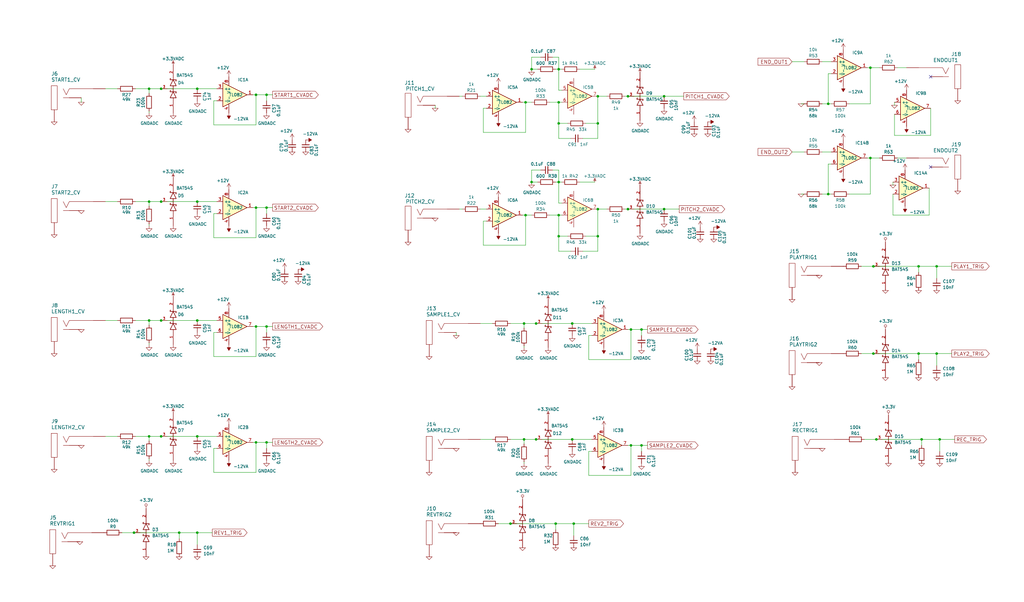
<source format=kicad_sch>
(kicad_sch (version 20210621) (generator eeschema)
  (paper "User" 431.8 254)
  (junction (at 62.865 85.09))
  (junction (at 226.06 185.42))
  (junction (at 224.155 29.21))
  (junction (at 83.185 224.79))
  (junction (at 67.945 135.255))
  (junction (at 369.57 185.42))
  (junction (at 270.51 139.065))
  (junction (at 221.615 43.18))
  (junction (at 387.35 149.225))
  (junction (at 241.3 136.525))
  (junction (at 368.3 149.225))
  (junction (at 107.95 137.795))
  (junction (at 367.03 28.575))
  (junction (at 235.585 76.835))
  (junction (at 107.95 87.63))
  (junction (at 266.065 139.065))
  (junction (at 112.395 40.005))
  (junction (at 394.97 149.225))
  (junction (at 67.945 37.465))
  (junction (at 270.51 187.96))
  (junction (at 83.185 85.09))
  (junction (at 56.515 224.79))
  (junction (at 367.03 66.675))
  (junction (at 62.865 184.15))
  (junction (at 234.315 220.98))
  (junction (at 83.185 184.15))
  (junction (at 280.035 40.64))
  (junction (at 349.25 43.815))
  (junction (at 235.585 52.07))
  (junction (at 83.185 37.465))
  (junction (at 235.585 99.695))
  (junction (at 62.865 37.465))
  (junction (at 226.06 136.525))
  (junction (at 264.795 40.64))
  (junction (at 252.095 99.695))
  (junction (at 280.035 88.265))
  (junction (at 266.065 187.96))
  (junction (at 67.945 85.09))
  (junction (at 264.795 88.265))
  (junction (at 112.395 186.69))
  (junction (at 241.3 185.42))
  (junction (at 252.095 88.265))
  (junction (at 62.865 135.255))
  (junction (at 107.95 186.69))
  (junction (at 75.565 224.79))
  (junction (at 112.395 137.795))
  (junction (at 252.095 40.64))
  (junction (at 235.585 90.805))
  (junction (at 224.155 76.835))
  (junction (at 220.98 136.525))
  (junction (at 235.585 43.18))
  (junction (at 241.935 220.98))
  (junction (at 396.24 185.42))
  (junction (at 220.98 185.42))
  (junction (at 221.615 90.805))
  (junction (at 107.95 40.005))
  (junction (at 394.97 112.395))
  (junction (at 67.945 184.15))
  (junction (at 235.585 29.21))
  (junction (at 349.25 81.915))
  (junction (at 368.3 112.395))
  (junction (at 215.265 220.98))
  (junction (at 112.395 87.63))
  (junction (at 388.62 185.42))
  (junction (at 83.185 135.255))
  (junction (at 387.35 112.395))
  (junction (at 252.095 52.07))
  (no_connect (at 392.43 70.485))
  (no_connect (at 392.43 32.385))
  (wire (pts (xy 107.95 186.69) (xy 112.395 186.69)))
  (wire (pts (xy 270.51 187.96) (xy 270.51 190.5)))
  (wire (pts (xy 202.565 40.64) (xy 205.105 40.64)))
  (wire (pts (xy 91.44 42.545) (xy 90.17 42.545)))
  (wire (pts (xy 235.585 85.725) (xy 236.855 85.725)))
  (wire (pts (xy 227.965 71.755) (xy 224.155 71.755)))
  (wire (pts (xy 368.3 112.395) (xy 387.35 112.395)))
  (wire (pts (xy 62.865 184.15) (xy 67.945 184.15)))
  (wire (pts (xy 367.03 81.915) (xy 367.03 66.675)))
  (wire (pts (xy 388.62 185.42) (xy 396.24 185.42)))
  (wire (pts (xy 394.97 112.395) (xy 401.32 112.395)))
  (wire (pts (xy 266.065 139.065) (xy 270.51 139.065)))
  (wire (pts (xy 62.865 135.255) (xy 67.945 135.255)))
  (wire (pts (xy 193.675 40.64) (xy 194.945 40.64)))
  (wire (pts (xy 270.51 139.065) (xy 270.51 141.605)))
  (wire (pts (xy 91.44 189.23) (xy 90.17 189.23)))
  (wire (pts (xy 358.14 43.815) (xy 367.03 43.815)))
  (wire (pts (xy 83.185 37.465) (xy 91.44 37.465)))
  (wire (pts (xy 192.405 140.335) (xy 192.405 141.605)))
  (wire (pts (xy 235.585 43.18) (xy 235.585 52.07)))
  (wire (pts (xy 202.565 185.42) (xy 207.645 185.42)))
  (wire (pts (xy 377.19 57.15) (xy 392.43 57.15)))
  (wire (pts (xy 202.565 136.525) (xy 207.645 136.525)))
  (wire (pts (xy 339.09 43.815) (xy 337.82 43.815)))
  (wire (pts (xy 247.015 99.695) (xy 252.095 99.695)))
  (wire (pts (xy 394.97 149.225) (xy 401.32 149.225)))
  (wire (pts (xy 376.555 76.835) (xy 376.555 78.105)))
  (wire (pts (xy 391.795 90.805) (xy 391.795 79.375)))
  (wire (pts (xy 378.46 66.675) (xy 382.27 66.675)))
  (wire (pts (xy 83.185 224.79) (xy 89.535 224.79)))
  (wire (pts (xy 248.285 141.605) (xy 248.285 151.765)))
  (wire (pts (xy 203.835 55.88) (xy 221.615 55.88)))
  (wire (pts (xy 67.945 184.15) (xy 83.185 184.15)))
  (wire (pts (xy 252.095 52.07) (xy 252.095 58.42)))
  (wire (pts (xy 67.945 37.465) (xy 83.185 37.465)))
  (wire (pts (xy 215.265 220.98) (xy 234.315 220.98)))
  (wire (pts (xy 203.835 45.72) (xy 203.835 55.88)))
  (wire (pts (xy 205.105 93.345) (xy 203.835 93.345)))
  (wire (pts (xy 241.3 136.525) (xy 249.555 136.525)))
  (wire (pts (xy 90.17 150.495) (xy 107.95 150.495)))
  (wire (pts (xy 394.97 117.475) (xy 394.97 112.395)))
  (wire (pts (xy 349.25 81.915) (xy 350.52 81.915)))
  (wire (pts (xy 226.695 76.835) (xy 224.155 76.835)))
  (wire (pts (xy 235.585 71.755) (xy 233.045 71.755)))
  (wire (pts (xy 264.795 40.64) (xy 280.035 40.64)))
  (wire (pts (xy 241.935 220.98) (xy 248.285 220.98)))
  (wire (pts (xy 57.15 85.09) (xy 62.865 85.09)))
  (wire (pts (xy 205.105 45.72) (xy 203.835 45.72)))
  (wire (pts (xy 346.71 81.915) (xy 349.25 81.915)))
  (wire (pts (xy 220.98 146.05) (xy 220.98 146.685)))
  (wire (pts (xy 57.15 184.15) (xy 62.865 184.15)))
  (wire (pts (xy 44.45 85.09) (xy 49.53 85.09)))
  (wire (pts (xy 226.695 29.21) (xy 224.155 29.21)))
  (wire (pts (xy 244.475 76.835) (xy 250.825 76.835)))
  (wire (pts (xy 252.095 58.42) (xy 245.745 58.42)))
  (wire (pts (xy 91.44 140.335) (xy 90.17 140.335)))
  (wire (pts (xy 210.185 220.98) (xy 215.265 220.98)))
  (wire (pts (xy 67.945 85.09) (xy 83.185 85.09)))
  (wire (pts (xy 112.395 186.69) (xy 114.935 186.69)))
  (wire (pts (xy 220.345 43.18) (xy 221.615 43.18)))
  (wire (pts (xy 235.585 76.835) (xy 236.855 76.835)))
  (wire (pts (xy 220.98 185.42) (xy 226.06 185.42)))
  (wire (pts (xy 83.185 229.87) (xy 83.185 224.79)))
  (wire (pts (xy 350.52 31.115) (xy 349.25 31.115)))
  (wire (pts (xy 34.29 41.275) (xy 34.29 43.18)))
  (wire (pts (xy 235.585 38.1) (xy 236.855 38.1)))
  (wire (pts (xy 349.25 69.215) (xy 349.25 81.915)))
  (wire (pts (xy 56.515 224.79) (xy 75.565 224.79)))
  (wire (pts (xy 339.09 64.135) (xy 334.01 64.135)))
  (wire (pts (xy 193.675 88.265) (xy 194.945 88.265)))
  (wire (pts (xy 264.795 139.065) (xy 266.065 139.065)))
  (wire (pts (xy 107.95 100.33) (xy 107.95 87.63)))
  (wire (pts (xy 387.35 149.225) (xy 387.35 151.765)))
  (wire (pts (xy 75.565 224.79) (xy 83.185 224.79)))
  (wire (pts (xy 252.095 88.265) (xy 255.905 88.265)))
  (wire (pts (xy 107.95 137.795) (xy 112.395 137.795)))
  (wire (pts (xy 377.19 43.18) (xy 377.19 44.45)))
  (wire (pts (xy 62.865 37.465) (xy 62.865 39.37)))
  (wire (pts (xy 90.17 90.17) (xy 90.17 100.33)))
  (wire (pts (xy 369.57 185.42) (xy 388.62 185.42)))
  (wire (pts (xy 221.615 55.88) (xy 221.615 43.18)))
  (wire (pts (xy 270.51 139.065) (xy 273.05 139.065)))
  (wire (pts (xy 112.395 87.63) (xy 112.395 90.17)))
  (wire (pts (xy 248.285 200.66) (xy 266.065 200.66)))
  (wire (pts (xy 91.44 90.17) (xy 90.17 90.17)))
  (wire (pts (xy 264.795 187.96) (xy 266.065 187.96)))
  (wire (pts (xy 106.68 186.69) (xy 107.95 186.69)))
  (wire (pts (xy 377.19 48.26) (xy 377.19 57.15)))
  (wire (pts (xy 224.155 24.13) (xy 224.155 29.21)))
  (wire (pts (xy 83.185 85.09) (xy 91.44 85.09)))
  (wire (pts (xy 107.95 40.005) (xy 112.395 40.005)))
  (wire (pts (xy 263.525 88.265) (xy 264.795 88.265)))
  (wire (pts (xy 90.17 189.23) (xy 90.17 199.39)))
  (wire (pts (xy 363.22 149.225) (xy 368.3 149.225)))
  (wire (pts (xy 112.395 137.795) (xy 114.935 137.795)))
  (wire (pts (xy 358.14 81.915) (xy 367.03 81.915)))
  (wire (pts (xy 221.615 43.18) (xy 224.155 43.18)))
  (wire (pts (xy 263.525 40.64) (xy 264.795 40.64)))
  (wire (pts (xy 266.065 187.96) (xy 270.51 187.96)))
  (wire (pts (xy 224.155 71.755) (xy 224.155 76.835)))
  (wire (pts (xy 83.185 135.255) (xy 91.44 135.255)))
  (wire (pts (xy 221.615 103.505) (xy 221.615 90.805)))
  (wire (pts (xy 339.09 26.035) (xy 334.01 26.035)))
  (wire (pts (xy 247.015 52.07) (xy 252.095 52.07)))
  (wire (pts (xy 235.585 43.18) (xy 236.855 43.18)))
  (wire (pts (xy 62.865 135.255) (xy 62.865 137.16)))
  (wire (pts (xy 252.095 40.64) (xy 252.095 52.07)))
  (wire (pts (xy 249.555 141.605) (xy 248.285 141.605)))
  (wire (pts (xy 112.395 87.63) (xy 114.935 87.63)))
  (wire (pts (xy 202.565 88.265) (xy 205.105 88.265)))
  (wire (pts (xy 220.98 185.42) (xy 220.98 187.325)))
  (wire (pts (xy 67.945 135.255) (xy 83.185 135.255)))
  (wire (pts (xy 394.97 154.305) (xy 394.97 149.225)))
  (wire (pts (xy 107.95 199.39) (xy 107.95 186.69)))
  (wire (pts (xy 62.865 46.99) (xy 62.865 47.625)))
  (wire (pts (xy 241.3 185.42) (xy 249.555 185.42)))
  (wire (pts (xy 264.795 88.265) (xy 280.035 88.265)))
  (wire (pts (xy 376.555 81.915) (xy 376.555 90.805)))
  (wire (pts (xy 244.475 29.21) (xy 250.825 29.21)))
  (wire (pts (xy 231.775 90.805) (xy 235.585 90.805)))
  (wire (pts (xy 376.555 90.805) (xy 391.795 90.805)))
  (wire (pts (xy 365.76 28.575) (xy 367.03 28.575)))
  (wire (pts (xy 387.35 112.395) (xy 387.35 114.935)))
  (wire (pts (xy 62.865 184.15) (xy 62.865 186.055)))
  (wire (pts (xy 234.315 76.835) (xy 235.585 76.835)))
  (wire (pts (xy 235.585 99.695) (xy 239.395 99.695)))
  (wire (pts (xy 346.71 64.135) (xy 350.52 64.135)))
  (wire (pts (xy 252.095 40.64) (xy 255.905 40.64)))
  (wire (pts (xy 248.285 190.5) (xy 248.285 200.66)))
  (wire (pts (xy 248.285 151.765) (xy 266.065 151.765)))
  (wire (pts (xy 252.095 99.695) (xy 252.095 106.045)))
  (wire (pts (xy 90.17 140.335) (xy 90.17 150.495)))
  (wire (pts (xy 44.45 37.465) (xy 49.53 37.465)))
  (wire (pts (xy 396.24 190.5) (xy 396.24 185.42)))
  (wire (pts (xy 106.68 137.795) (xy 107.95 137.795)))
  (wire (pts (xy 388.62 185.42) (xy 388.62 187.96)))
  (wire (pts (xy 252.095 106.045) (xy 245.745 106.045)))
  (wire (pts (xy 339.09 81.915) (xy 337.82 81.915)))
  (wire (pts (xy 231.775 43.18) (xy 235.585 43.18)))
  (wire (pts (xy 220.98 136.525) (xy 220.98 138.43)))
  (wire (pts (xy 396.24 185.42) (xy 402.59 185.42)))
  (wire (pts (xy 90.17 52.705) (xy 107.95 52.705)))
  (wire (pts (xy 235.585 52.07) (xy 235.585 58.42)))
  (wire (pts (xy 203.835 103.505) (xy 221.615 103.505)))
  (wire (pts (xy 346.71 43.815) (xy 349.25 43.815)))
  (wire (pts (xy 235.585 99.695) (xy 235.585 106.045)))
  (wire (pts (xy 367.03 43.815) (xy 367.03 28.575)))
  (wire (pts (xy 367.03 66.675) (xy 370.84 66.675)))
  (wire (pts (xy 57.15 135.255) (xy 62.865 135.255)))
  (wire (pts (xy 266.065 200.66) (xy 266.065 187.96)))
  (wire (pts (xy 226.06 185.42) (xy 241.3 185.42)))
  (wire (pts (xy 235.585 58.42) (xy 240.665 58.42)))
  (wire (pts (xy 364.49 185.42) (xy 369.57 185.42)))
  (wire (pts (xy 392.43 57.15) (xy 392.43 45.72)))
  (wire (pts (xy 280.035 88.265) (xy 286.385 88.265)))
  (wire (pts (xy 235.585 24.13) (xy 233.045 24.13)))
  (wire (pts (xy 112.395 40.005) (xy 114.935 40.005)))
  (wire (pts (xy 220.98 194.945) (xy 220.98 195.58)))
  (wire (pts (xy 241.935 226.06) (xy 241.935 220.98)))
  (wire (pts (xy 235.585 29.21) (xy 235.585 38.1)))
  (wire (pts (xy 235.585 71.755) (xy 235.585 76.835)))
  (wire (pts (xy 226.06 136.525) (xy 241.3 136.525)))
  (wire (pts (xy 75.565 224.79) (xy 75.565 227.33)))
  (wire (pts (xy 62.865 144.78) (xy 62.865 145.415)))
  (wire (pts (xy 112.395 137.795) (xy 112.395 140.335)))
  (wire (pts (xy 203.835 93.345) (xy 203.835 103.505)))
  (wire (pts (xy 235.585 106.045) (xy 240.665 106.045)))
  (wire (pts (xy 107.95 87.63) (xy 112.395 87.63)))
  (wire (pts (xy 235.585 29.21) (xy 236.855 29.21)))
  (wire (pts (xy 90.17 100.33) (xy 107.95 100.33)))
  (wire (pts (xy 235.585 52.07) (xy 239.395 52.07)))
  (wire (pts (xy 83.185 184.15) (xy 91.44 184.15)))
  (wire (pts (xy 270.51 187.96) (xy 273.05 187.96)))
  (wire (pts (xy 62.865 85.09) (xy 67.945 85.09)))
  (wire (pts (xy 90.17 199.39) (xy 107.95 199.39)))
  (wire (pts (xy 378.46 28.575) (xy 382.27 28.575)))
  (wire (pts (xy 62.865 37.465) (xy 67.945 37.465)))
  (wire (pts (xy 346.71 26.035) (xy 350.52 26.035)))
  (wire (pts (xy 221.615 90.805) (xy 224.155 90.805)))
  (wire (pts (xy 227.965 24.13) (xy 224.155 24.13)))
  (wire (pts (xy 183.515 44.45) (xy 183.515 45.72)))
  (wire (pts (xy 235.585 76.835) (xy 235.585 85.725)))
  (wire (pts (xy 57.15 37.465) (xy 62.865 37.465)))
  (wire (pts (xy 112.395 40.005) (xy 112.395 42.545)))
  (wire (pts (xy 215.265 185.42) (xy 220.98 185.42)))
  (wire (pts (xy 44.45 135.255) (xy 49.53 135.255)))
  (wire (pts (xy 368.3 149.225) (xy 387.35 149.225)))
  (wire (pts (xy 51.435 224.79) (xy 56.515 224.79)))
  (wire (pts (xy 280.035 40.64) (xy 288.29 40.64)))
  (wire (pts (xy 62.865 85.09) (xy 62.865 86.995)))
  (wire (pts (xy 365.76 66.675) (xy 367.03 66.675)))
  (wire (pts (xy 363.22 112.395) (xy 368.3 112.395)))
  (wire (pts (xy 62.865 94.615) (xy 62.865 95.25)))
  (wire (pts (xy 215.265 136.525) (xy 220.98 136.525)))
  (wire (pts (xy 235.585 24.13) (xy 235.585 29.21)))
  (wire (pts (xy 234.315 220.98) (xy 234.315 223.52)))
  (wire (pts (xy 112.395 186.69) (xy 112.395 189.23)))
  (wire (pts (xy 62.865 193.675) (xy 62.865 194.31)))
  (wire (pts (xy 367.03 28.575) (xy 370.84 28.575)))
  (wire (pts (xy 44.45 184.15) (xy 49.53 184.15)))
  (wire (pts (xy 90.17 42.545) (xy 90.17 52.705)))
  (wire (pts (xy 106.68 87.63) (xy 107.95 87.63)))
  (wire (pts (xy 234.315 29.21) (xy 235.585 29.21)))
  (wire (pts (xy 220.345 90.805) (xy 221.615 90.805)))
  (wire (pts (xy 235.585 90.805) (xy 236.855 90.805)))
  (wire (pts (xy 107.95 150.495) (xy 107.95 137.795)))
  (wire (pts (xy 252.095 88.265) (xy 252.095 99.695)))
  (wire (pts (xy 220.98 136.525) (xy 226.06 136.525)))
  (wire (pts (xy 350.52 69.215) (xy 349.25 69.215)))
  (wire (pts (xy 235.585 90.805) (xy 235.585 99.695)))
  (wire (pts (xy 349.25 31.115) (xy 349.25 43.815)))
  (wire (pts (xy 387.35 112.395) (xy 394.97 112.395)))
  (wire (pts (xy 266.065 151.765) (xy 266.065 139.065)))
  (wire (pts (xy 234.315 220.98) (xy 241.935 220.98)))
  (wire (pts (xy 387.35 149.225) (xy 394.97 149.225)))
  (wire (pts (xy 107.95 52.705) (xy 107.95 40.005)))
  (wire (pts (xy 106.68 40.005) (xy 107.95 40.005)))
  (wire (pts (xy 349.25 43.815) (xy 350.52 43.815)))
  (wire (pts (xy 249.555 190.5) (xy 248.285 190.5)))
  (global_label "START2_CVADC" (shape output) (at 114.935 87.63 0) (effects (font (size 1.524 1.524))) (property "Intersheet References" "${INTERSHEET_REFS}" (effects hide)))
  (global_label "SAMPLE1_CVADC" (shape output) (at 273.05 139.065 0) (effects (font (size 1.524 1.524))) (property "Intersheet References" "${INTERSHEET_REFS}" (effects hide)))
  (global_label "START1_CVADC" (shape output) (at 114.935 40.005 0) (effects (font (size 1.524 1.524))) (property "Intersheet References" "${INTERSHEET_REFS}" (effects hide)))
  (global_label "END_OUT2" (shape input) (at 334.01 64.135 180) (effects (font (size 1.524 1.524))) (property "Intersheet References" "${INTERSHEET_REFS}" (effects hide)))
  (global_label "PITCH1_CVADC" (shape output) (at 288.29 40.64 0) (effects (font (size 1.524 1.524))) (property "Intersheet References" "${INTERSHEET_REFS}" (effects hide)))
  (global_label "SAMPLE2_CVADC" (shape output) (at 273.05 187.96 0) (effects (font (size 1.524 1.524))) (property "Intersheet References" "${INTERSHEET_REFS}" (effects hide)))
  (global_label "PITCH2_CVADC" (shape output) (at 286.385 88.265 0) (effects (font (size 1.524 1.524))) (property "Intersheet References" "${INTERSHEET_REFS}" (effects hide)))
  (global_label "LENGTH2_CVADC" (shape output) (at 114.935 186.69 0) (effects (font (size 1.524 1.524))) (property "Intersheet References" "${INTERSHEET_REFS}" (effects hide)))
  (global_label "PLAY2_TRIG" (shape output) (at 401.32 149.225 0) (effects (font (size 1.524 1.524))) (property "Intersheet References" "${INTERSHEET_REFS}" (effects hide)))
  (global_label "REC_TRIG" (shape output) (at 402.59 185.42 0) (effects (font (size 1.524 1.524))) (property "Intersheet References" "${INTERSHEET_REFS}" (effects hide)))
  (global_label "LENGTH1_CVADC" (shape output) (at 114.935 137.795 0) (effects (font (size 1.524 1.524))) (property "Intersheet References" "${INTERSHEET_REFS}" (effects hide)))
  (global_label "REV2_TRIG" (shape output) (at 248.285 220.98 0) (effects (font (size 1.524 1.524))) (property "Intersheet References" "${INTERSHEET_REFS}" (effects hide)))
  (global_label "REV1_TRIG" (shape output) (at 89.535 224.79 0) (effects (font (size 1.524 1.524))) (property "Intersheet References" "${INTERSHEET_REFS}" (effects hide)))
  (global_label "PLAY1_TRIG" (shape output) (at 401.32 112.395 0) (effects (font (size 1.524 1.524))) (property "Intersheet References" "${INTERSHEET_REFS}" (effects hide)))
  (global_label "END_OUT1" (shape input) (at 334.01 26.035 180) (effects (font (size 1.524 1.524))) (property "Intersheet References" "${INTERSHEET_REFS}" (effects hide)))
  (symbol (lib_id "TrigSampler-rescue:GND-RESCUE-TrigSampler") (at 22.86 51.435 0) (unit 1)
    (property "Reference" "#PWR0108" (effects hide))
    (property "Value" "GND" (effects hide))
  )
  (symbol (lib_id "TrigSampler-rescue:GND-RESCUE-TrigSampler") (at 22.86 99.06 0) (unit 1)
    (property "Reference" "#PWR0109" (effects hide))
    (property "Value" "GND" (effects hide))
  )
  (symbol (lib_id "TrigSampler-rescue:JACK-MONO") (at 186.055 140.335 0) (unit 1)
    (property "Reference" "J13" (at 179.705 130.175 0) (effects (font (size 1.524 1.524)) (justify left)))
    (property "Value" "SAMPLE1_CV" (at 179.705 132.715 0) (effects (font (size 1.524 1.524)) (justify left)))
    (property "Footprint" "4ms-footprints:PJ301M-12" (effects hide))
  )
  (symbol (lib_id "TrigSampler-rescue:JACK-MONO") (at 186.055 189.23 0) (unit 1)
    (property "Reference" "J14" (at 179.705 179.07 0) (effects (font (size 1.524 1.524)) (justify left)))
    (property "Value" "SAMPLE2_CV" (at 179.705 181.61 0) (effects (font (size 1.524 1.524)) (justify left)))
    (property "Footprint" "4ms-footprints:PJ301M-12" (effects hide))
  )
  (symbol (lib_id "TrigSampler-rescue:TL082-dualpwr") (at 212.725 43.18 0) (unit 1)
    (property "Reference" "IC5" (at 213.995 36.83 0) (effects (justify left)))
    (property "Value" "TL082" (at 210.185 43.18 0) (effects (justify left)))
    (property "Footprint" "4ms-footprints:TSSOP-8_4.4x3mm_Pitch0.65mm" (effects hide))
  )
  (symbol (lib_id "TrigSampler-rescue:R") (at 259.715 40.64 90) (unit 1)
    (property "Reference" "R49" (at 259.715 43.18 90))
    (property "Value" "1k" (at 259.715 45.72 90))
    (property "Footprint" "4ms-footprints:R0603" (effects hide))
  )
  (symbol (lib_id "TrigSampler-rescue:R") (at 243.205 52.07 270) (unit 1)
    (property "Reference" "R45" (at 240.665 54.61 90))
    (property "Value" "33k" (at 245.745 54.61 90))
    (property "Footprint" "4ms-footprints:R0603" (effects hide))
  )
  (symbol (lib_id "TrigSampler-rescue:+12V") (at 210.185 35.56 0) (unit 1)
    (property "Reference" "#PWR0110" (effects hide))
    (property "Value" "+12V" (at 207.645 31.75 0))
  )
  (symbol (lib_id "TrigSampler-rescue:-12VA") (at 210.185 50.8 180) (unit 1)
    (property "Reference" "#PWR0111" (effects hide))
    (property "Value" "-12VA" (at 215.265 53.34 0))
  )
  (symbol (lib_id "TrigSampler-rescue:R") (at 227.965 43.18 90) (unit 1)
    (property "Reference" "R33" (at 227.965 40.64 90))
    (property "Value" "100k" (at 227.965 38.1 90))
    (property "Footprint" "4ms-footprints:R0603" (effects hide))
  )
  (symbol (lib_id "TrigSampler-rescue:JACK-MONO") (at 177.165 44.45 0) (unit 1)
    (property "Reference" "J11" (at 172.72 34.925 0) (effects (font (size 1.524 1.524))))
    (property "Value" "PITCH1_CV" (at 177.165 37.465 0) (effects (font (size 1.524 1.524))))
    (property "Footprint" "4ms-footprints:PJ301M-12" (effects hide))
  )
  (symbol (lib_id "TrigSampler-rescue:GND-RESCUE-TrigSampler") (at 172.085 54.61 0) (unit 1)
    (property "Reference" "#PWR0112" (effects hide))
    (property "Value" "GND" (effects hide))
  )
  (symbol (lib_id "TrigSampler-rescue:TL082-dualpwr") (at 244.475 40.64 0) (unit 2)
    (property "Reference" "IC5" (at 245.745 36.83 0) (effects (justify left)))
    (property "Value" "TL082" (at 241.935 40.64 0) (effects (justify left)))
    (property "Footprint" "4ms-footprints:TSSOP-8_4.4x3mm_Pitch0.65mm" (effects hide))
  )
  (symbol (lib_id "TrigSampler-rescue:C_Small") (at 243.205 58.42 270) (unit 1)
    (property "Reference" "C91" (at 239.395 60.96 90) (effects (justify left)))
    (property "Value" "1nF" (at 244.475 60.96 90) (effects (justify left)))
    (property "Footprint" "4ms-footprints:C0603" (effects hide))
  )
  (symbol (lib_id "TrigSampler-rescue:D_Schottky_x2_Serial") (at 269.875 40.64 270) (mirror x) (unit 1)
    (property "Reference" "D9" (at 272.415 39.37 90) (effects (justify left)))
    (property "Value" "BAT54S" (at 272.415 41.91 90) (effects (justify left)))
    (property "Footprint" "4ms-footprints:SOT23" (effects hide))
  )
  (symbol (lib_id "TrigSampler-rescue:GNDADC") (at 269.875 50.8 0) (unit 1)
    (property "Reference" "#PWR0113" (effects hide))
    (property "Value" "GNDADC" (at 270.0782 55.2196 0))
  )
  (symbol (lib_id "TrigSampler-rescue:+3.3VADC") (at 269.875 30.48 0) (unit 1)
    (property "Reference" "#PWR0114" (effects hide))
    (property "Value" "+3.3VADC" (at 269.875 27.94 0))
  )
  (symbol (lib_id "TrigSampler-rescue:R") (at 240.665 29.21 90) (unit 1)
    (property "Reference" "R41" (at 241.935 26.67 90))
    (property "Value" "1k" (at 238.125 26.67 90))
    (property "Footprint" "4ms-footprints:R0603" (effects hide))
  )
  (symbol (lib_id "TrigSampler-rescue:R") (at 230.505 29.21 90) (unit 1)
    (property "Reference" "R37" (at 233.045 26.67 90))
    (property "Value" "600" (at 227.965 26.67 90))
    (property "Footprint" "4ms-footprints:R0603" (effects hide))
  )
  (symbol (lib_id "TrigSampler-rescue:GNDADC") (at 224.155 29.21 0) (unit 1)
    (property "Reference" "#PWR0115" (effects hide))
    (property "Value" "GNDADC" (at 224.3582 33.6296 0))
  )
  (symbol (lib_id "TrigSampler-rescue:+3.3VADC") (at 250.825 29.21 0) (unit 1)
    (property "Reference" "#PWR0116" (effects hide))
    (property "Value" "+3.3VADC" (at 250.825 26.67 0))
  )
  (symbol (lib_id "TrigSampler-rescue:C_Small") (at 230.505 24.13 90) (unit 1)
    (property "Reference" "C87" (at 234.315 21.59 90) (effects (justify left)))
    (property "Value" "0.1uF" (at 229.235 21.59 90) (effects (justify left)))
    (property "Footprint" "4ms-footprints:C0603" (effects hide))
  )
  (symbol (lib_id "TrigSampler-rescue:TL082-dualpwr") (at 212.725 90.805 0) (unit 1)
    (property "Reference" "IC6" (at 213.995 84.455 0) (effects (justify left)))
    (property "Value" "TL082" (at 210.185 90.805 0) (effects (justify left)))
    (property "Footprint" "4ms-footprints:TSSOP-8_4.4x3mm_Pitch0.65mm" (effects hide))
  )
  (symbol (lib_id "TrigSampler-rescue:R") (at 259.715 88.265 90) (unit 1)
    (property "Reference" "R50" (at 259.715 90.805 90))
    (property "Value" "1k" (at 259.715 93.345 90))
    (property "Footprint" "4ms-footprints:R0603" (effects hide))
  )
  (symbol (lib_id "TrigSampler-rescue:R") (at 243.205 99.695 270) (unit 1)
    (property "Reference" "R46" (at 240.665 102.235 90))
    (property "Value" "33k" (at 245.745 102.235 90))
    (property "Footprint" "4ms-footprints:R0603" (effects hide))
  )
  (symbol (lib_id "TrigSampler-rescue:+12V") (at 210.185 83.185 0) (unit 1)
    (property "Reference" "#PWR0117" (effects hide))
    (property "Value" "+12V" (at 207.645 79.375 0))
  )
  (symbol (lib_id "TrigSampler-rescue:-12VA") (at 210.185 98.425 180) (unit 1)
    (property "Reference" "#PWR0118" (effects hide))
    (property "Value" "-12VA" (at 215.265 100.965 0))
  )
  (symbol (lib_id "TrigSampler-rescue:R") (at 227.965 90.805 90) (unit 1)
    (property "Reference" "R34" (at 227.965 88.265 90))
    (property "Value" "100k" (at 227.965 85.725 90))
    (property "Footprint" "4ms-footprints:R0603" (effects hide))
  )
  (symbol (lib_id "TrigSampler-rescue:JACK-MONO") (at 177.165 92.075 0) (unit 1)
    (property "Reference" "J12" (at 172.72 82.55 0) (effects (font (size 1.524 1.524))))
    (property "Value" "PITCH2_CV" (at 177.165 85.09 0) (effects (font (size 1.524 1.524))))
    (property "Footprint" "4ms-footprints:PJ301M-12" (effects hide))
  )
  (symbol (lib_id "TrigSampler-rescue:GND-RESCUE-TrigSampler") (at 172.085 102.235 0) (unit 1)
    (property "Reference" "#PWR0119" (effects hide))
    (property "Value" "GND" (effects hide))
  )
  (symbol (lib_id "TrigSampler-rescue:TL082-dualpwr") (at 244.475 88.265 0) (unit 2)
    (property "Reference" "IC6" (at 245.745 84.455 0) (effects (justify left)))
    (property "Value" "TL082" (at 241.935 88.265 0) (effects (justify left)))
    (property "Footprint" "4ms-footprints:TSSOP-8_4.4x3mm_Pitch0.65mm" (effects hide))
  )
  (symbol (lib_id "TrigSampler-rescue:C_Small") (at 243.205 106.045 270) (unit 1)
    (property "Reference" "C92" (at 239.395 108.585 90) (effects (justify left)))
    (property "Value" "1nF" (at 244.475 108.585 90) (effects (justify left)))
    (property "Footprint" "4ms-footprints:C0603" (effects hide))
  )
  (symbol (lib_id "TrigSampler-rescue:D_Schottky_x2_Serial") (at 269.875 88.265 270) (mirror x) (unit 1)
    (property "Reference" "D10" (at 272.415 86.995 90) (effects (justify left)))
    (property "Value" "BAT54S" (at 272.415 89.535 90) (effects (justify left)))
    (property "Footprint" "4ms-footprints:SOT23" (effects hide))
  )
  (symbol (lib_id "TrigSampler-rescue:GNDADC") (at 269.875 98.425 0) (unit 1)
    (property "Reference" "#PWR0120" (effects hide))
    (property "Value" "GNDADC" (at 270.0782 102.8446 0))
  )
  (symbol (lib_id "TrigSampler-rescue:+3.3VADC") (at 269.875 78.105 0) (unit 1)
    (property "Reference" "#PWR0121" (effects hide))
    (property "Value" "+3.3VADC" (at 269.875 75.565 0))
  )
  (symbol (lib_id "TrigSampler-rescue:R") (at 240.665 76.835 90) (unit 1)
    (property "Reference" "R42" (at 241.935 74.295 90))
    (property "Value" "1k" (at 238.125 74.295 90))
    (property "Footprint" "4ms-footprints:R0603" (effects hide))
  )
  (symbol (lib_id "TrigSampler-rescue:R") (at 230.505 76.835 90) (unit 1)
    (property "Reference" "R38" (at 233.045 74.295 90))
    (property "Value" "600" (at 227.965 74.295 90))
    (property "Footprint" "4ms-footprints:R0603" (effects hide))
  )
  (symbol (lib_id "TrigSampler-rescue:GNDADC") (at 224.155 76.835 0) (unit 1)
    (property "Reference" "#PWR0122" (effects hide))
    (property "Value" "GNDADC" (at 224.3582 81.2546 0))
  )
  (symbol (lib_id "TrigSampler-rescue:+3.3VADC") (at 250.825 76.835 0) (unit 1)
    (property "Reference" "#PWR0123" (effects hide))
    (property "Value" "+3.3VADC" (at 250.825 74.295 0))
  )
  (symbol (lib_id "TrigSampler-rescue:C_Small") (at 230.505 71.755 90) (unit 1)
    (property "Reference" "C88" (at 234.315 69.215 90) (effects (justify left)))
    (property "Value" "0.1uF" (at 229.235 69.215 90) (effects (justify left)))
    (property "Footprint" "4ms-footprints:C0603" (effects hide))
  )
  (symbol (lib_id "TrigSampler-rescue:C_Small") (at 280.035 43.18 180) (unit 1)
    (property "Reference" "C95" (at 283.21 41.91 90) (effects (justify left)))
    (property "Value" "10nF" (at 285.115 41.91 90) (effects (justify left)))
    (property "Footprint" "4ms-footprints:C0603" (effects hide))
  )
  (symbol (lib_id "TrigSampler-rescue:GNDADC") (at 280.035 45.72 0) (unit 1)
    (property "Reference" "#PWR0124" (effects hide))
    (property "Value" "GNDADC" (at 280.2382 50.1396 0))
  )
  (symbol (lib_id "TrigSampler-rescue:C_Small") (at 280.035 90.805 180) (unit 1)
    (property "Reference" "C96" (at 283.21 90.805 90) (effects (justify left)))
    (property "Value" "10nF" (at 285.115 90.805 90) (effects (justify left)))
    (property "Footprint" "4ms-footprints:C0603" (effects hide))
  )
  (symbol (lib_id "TrigSampler-rescue:GNDADC") (at 280.035 93.345 0) (unit 1)
    (property "Reference" "#PWR0125" (effects hide))
    (property "Value" "GNDADC" (at 280.2382 97.7646 0))
  )
  (symbol (lib_id "TrigSampler-rescue:JACK-MONO") (at 27.94 88.9 0) (unit 1)
    (property "Reference" "J7" (at 21.59 78.74 0) (effects (font (size 1.524 1.524)) (justify left)))
    (property "Value" "START2_CV" (at 21.59 81.28 0) (effects (font (size 1.524 1.524)) (justify left)))
    (property "Footprint" "4ms-footprints:PJ301M-12" (effects hide))
  )
  (symbol (lib_id "TrigSampler-rescue:JACK-MONO") (at 27.94 41.275 0) (unit 1)
    (property "Reference" "J6" (at 21.59 31.115 0) (effects (font (size 1.524 1.524)) (justify left)))
    (property "Value" "START1_CV" (at 21.59 33.655 0) (effects (font (size 1.524 1.524)) (justify left)))
    (property "Footprint" "4ms-footprints:PJ301M-12" (effects hide))
  )
  (symbol (lib_id "TrigSampler-rescue:TL082-dualpwr") (at 99.06 40.005 0) (unit 1)
    (property "Reference" "IC1" (at 100.33 33.655 0) (effects (justify left)))
    (property "Value" "TL082" (at 96.52 40.005 0) (effects (justify left)))
    (property "Footprint" "4ms-footprints:TSSOP-8_4.4x3mm_Pitch0.65mm" (effects hide))
  )
  (symbol (lib_id "TrigSampler-rescue:R") (at 53.34 37.465 90) (unit 1)
    (property "Reference" "R27" (at 53.34 40.005 90))
    (property "Value" "49k" (at 53.34 41.91 90))
    (property "Footprint" "4ms-footprints:R0603" (effects hide))
  )
  (symbol (lib_id "TrigSampler-rescue:R") (at 62.865 43.18 180) (unit 1)
    (property "Reference" "R23" (at 58.42 43.18 90))
    (property "Value" "100k" (at 60.325 43.18 90))
    (property "Footprint" "4ms-footprints:R0603" (effects hide))
  )
  (symbol (lib_id "TrigSampler-rescue:+12V") (at 96.52 32.385 0) (unit 1)
    (property "Reference" "#PWR0126" (effects hide))
    (property "Value" "+12V" (at 93.98 28.575 0))
  )
  (symbol (lib_id "TrigSampler-rescue:-12VA") (at 96.52 47.625 180) (unit 1)
    (property "Reference" "#PWR0127" (effects hide))
    (property "Value" "-12VA" (at 101.6 50.165 0))
  )
  (symbol (lib_id "TrigSampler-rescue:TL082-dualpwr") (at 99.06 137.795 0) (unit 2)
    (property "Reference" "IC1" (at 100.33 133.985 0) (effects (justify left)))
    (property "Value" "TL082" (at 96.52 137.795 0) (effects (justify left)))
    (property "Footprint" "4ms-footprints:TSSOP-8_4.4x3mm_Pitch0.65mm" (effects hide))
  )
  (symbol (lib_id "TrigSampler-rescue:D_Schottky_x2_Serial") (at 73.025 37.465 270) (mirror x) (unit 1)
    (property "Reference" "D4" (at 74.93 34.925 90) (effects (justify left)))
    (property "Value" "BAT54S" (at 74.295 31.75 90) (effects (justify left)))
    (property "Footprint" "4ms-footprints:SOT23" (effects hide))
  )
  (symbol (lib_id "TrigSampler-rescue:GNDADC") (at 73.025 47.625 0) (unit 1)
    (property "Reference" "#PWR0128" (effects hide))
    (property "Value" "GNDADC" (at 73.2282 52.0446 0))
  )
  (symbol (lib_id "TrigSampler-rescue:+3.3VADC") (at 73.025 27.305 0) (unit 1)
    (property "Reference" "#PWR0129" (effects hide))
    (property "Value" "+3.3VADC" (at 73.025 24.765 0))
  )
  (symbol (lib_id "TrigSampler-rescue:C_Small") (at 83.185 40.005 180) (unit 1)
    (property "Reference" "C74" (at 86.36 38.735 90) (effects (justify left)))
    (property "Value" "1nF" (at 88.265 38.735 90) (effects (justify left)))
    (property "Footprint" "4ms-footprints:C0603" (effects hide))
  )
  (symbol (lib_id "TrigSampler-rescue:GNDADC") (at 83.185 42.545 0) (unit 1)
    (property "Reference" "#PWR0130" (effects hide))
    (property "Value" "GNDADC" (at 83.3882 46.9646 0))
  )
  (symbol (lib_id "TrigSampler-rescue:C_Small") (at 125.73 116.205 0) (unit 1)
    (property "Reference" "C84" (at 128.27 120.015 90) (effects (justify left)))
    (property "Value" "0.1uF" (at 130.175 120.65 90) (effects (justify left)))
    (property "Footprint" "4ms-footprints:C0603" (effects hide))
  )
  (symbol (lib_id "TrigSampler-rescue:C_Small") (at 120.015 116.205 0) (unit 1)
    (property "Reference" "C80" (at 115.57 118.745 90) (effects (justify left)))
    (property "Value" "0.1uF" (at 117.475 118.745 90) (effects (justify left)))
    (property "Footprint" "4ms-footprints:C0603" (effects hide))
  )
  (symbol (lib_id "TrigSampler-rescue:+12V") (at 120.015 113.665 0) (unit 1)
    (property "Reference" "#PWR0131" (effects hide))
    (property "Value" "+12V" (at 117.475 109.855 0))
  )
  (symbol (lib_id "TrigSampler-rescue:-12VA") (at 125.73 113.665 270) (unit 1)
    (property "Reference" "#PWR0132" (effects hide))
    (property "Value" "-12VA" (at 127.635 111.125 90))
  )
  (symbol (lib_id "TrigSampler-rescue:GND-RESCUE-TrigSampler") (at 120.015 118.745 0) (unit 1)
    (property "Reference" "#PWR0133" (effects hide))
    (property "Value" "GND" (effects hide))
  )
  (symbol (lib_id "TrigSampler-rescue:GND-RESCUE-TrigSampler") (at 125.73 118.745 0) (unit 1)
    (property "Reference" "#PWR0134" (effects hide))
    (property "Value" "GND" (effects hide))
  )
  (symbol (lib_id "TrigSampler-rescue:C_Small") (at 300.99 98.425 0) (unit 1)
    (property "Reference" "C105" (at 303.53 102.235 90) (effects (justify left)))
    (property "Value" "0.1uF" (at 305.435 102.87 90) (effects (justify left)))
    (property "Footprint" "4ms-footprints:C0603" (effects hide))
  )
  (symbol (lib_id "TrigSampler-rescue:C_Small") (at 295.275 98.425 0) (unit 1)
    (property "Reference" "C101" (at 290.83 100.965 90) (effects (justify left)))
    (property "Value" "0.1uF" (at 292.735 100.965 90) (effects (justify left)))
    (property "Footprint" "4ms-footprints:C0603" (effects hide))
  )
  (symbol (lib_id "TrigSampler-rescue:+12V") (at 295.275 95.885 0) (unit 1)
    (property "Reference" "#PWR0135" (effects hide))
    (property "Value" "+12V" (at 292.735 92.075 0))
  )
  (symbol (lib_id "TrigSampler-rescue:-12VA") (at 300.99 95.885 270) (unit 1)
    (property "Reference" "#PWR0136" (effects hide))
    (property "Value" "-12VA" (at 302.895 93.345 90))
  )
  (symbol (lib_id "TrigSampler-rescue:GND-RESCUE-TrigSampler") (at 295.275 100.965 0) (unit 1)
    (property "Reference" "#PWR0137" (effects hide))
    (property "Value" "GND" (effects hide))
  )
  (symbol (lib_id "TrigSampler-rescue:GND-RESCUE-TrigSampler") (at 300.99 100.965 0) (unit 1)
    (property "Reference" "#PWR0138" (effects hide))
    (property "Value" "GND" (effects hide))
  )
  (symbol (lib_id "TrigSampler-rescue:C_Small") (at 298.45 53.975 0) (unit 1)
    (property "Reference" "C103" (at 300.99 57.785 90) (effects (justify left)))
    (property "Value" "0.1uF" (at 302.895 58.42 90) (effects (justify left)))
    (property "Footprint" "4ms-footprints:C0603" (effects hide))
  )
  (symbol (lib_id "TrigSampler-rescue:C_Small") (at 292.735 53.975 0) (unit 1)
    (property "Reference" "C99" (at 288.29 56.515 90) (effects (justify left)))
    (property "Value" "0.1uF" (at 290.195 56.515 90) (effects (justify left)))
    (property "Footprint" "4ms-footprints:C0603" (effects hide))
  )
  (symbol (lib_id "TrigSampler-rescue:+12V") (at 292.735 51.435 0) (unit 1)
    (property "Reference" "#PWR0139" (effects hide))
    (property "Value" "+12V" (at 290.195 47.625 0))
  )
  (symbol (lib_id "TrigSampler-rescue:-12VA") (at 298.45 51.435 270) (unit 1)
    (property "Reference" "#PWR0140" (effects hide))
    (property "Value" "-12VA" (at 300.355 48.895 90))
  )
  (symbol (lib_id "TrigSampler-rescue:GND-RESCUE-TrigSampler") (at 292.735 56.515 0) (unit 1)
    (property "Reference" "#PWR0141" (effects hide))
    (property "Value" "GND" (effects hide))
  )
  (symbol (lib_id "TrigSampler-rescue:GND-RESCUE-TrigSampler") (at 298.45 56.515 0) (unit 1)
    (property "Reference" "#PWR0142" (effects hide))
    (property "Value" "GND" (effects hide))
  )
  (symbol (lib_id "TrigSampler-rescue:JACK-MONO") (at 27.94 139.065 0) (unit 1)
    (property "Reference" "J8" (at 21.59 128.905 0) (effects (font (size 1.524 1.524)) (justify left)))
    (property "Value" "LENGTH1_CV" (at 21.59 131.445 0) (effects (font (size 1.524 1.524)) (justify left)))
    (property "Footprint" "4ms-footprints:PJ301M-12" (effects hide))
  )
  (symbol (lib_id "TrigSampler-rescue:JACK-MONO") (at 27.94 187.96 0) (unit 1)
    (property "Reference" "J9" (at 21.59 177.8 0) (effects (font (size 1.524 1.524)) (justify left)))
    (property "Value" "LENGTH2_CV" (at 21.59 180.34 0) (effects (font (size 1.524 1.524)) (justify left)))
    (property "Footprint" "4ms-footprints:PJ301M-12" (effects hide))
  )
  (symbol (lib_id "TrigSampler-rescue:GND-RESCUE-TrigSampler") (at 34.29 43.18 0) (unit 1)
    (property "Reference" "#PWR0143" (effects hide))
    (property "Value" "GND" (effects hide))
  )
  (symbol (lib_id "TrigSampler-rescue:GND-RESCUE-TrigSampler") (at 34.29 88.9 0) (unit 1)
    (property "Reference" "#PWR0144" (effects hide))
    (property "Value" "GND" (effects hide))
  )
  (symbol (lib_id "TrigSampler-rescue:GND-RESCUE-TrigSampler") (at 183.515 92.075 0) (unit 1)
    (property "Reference" "#PWR0145" (effects hide))
    (property "Value" "GND" (effects hide))
  )
  (symbol (lib_id "TrigSampler-rescue:GND-RESCUE-TrigSampler") (at 22.86 149.225 0) (unit 1)
    (property "Reference" "#PWR0146" (effects hide))
    (property "Value" "GND" (effects hide))
  )
  (symbol (lib_id "TrigSampler-rescue:GND-RESCUE-TrigSampler") (at 22.86 198.12 0) (unit 1)
    (property "Reference" "#PWR0147" (effects hide))
    (property "Value" "GND" (effects hide))
  )
  (symbol (lib_id "TrigSampler-rescue:C_Small") (at 128.905 61.595 0) (unit 1)
    (property "Reference" "C83" (at 131.445 65.405 90) (effects (justify left)))
    (property "Value" "0.1uF" (at 133.35 66.04 90) (effects (justify left)))
    (property "Footprint" "4ms-footprints:C0603" (effects hide))
  )
  (symbol (lib_id "TrigSampler-rescue:C_Small") (at 123.19 61.595 0) (unit 1)
    (property "Reference" "C79" (at 118.745 64.135 90) (effects (justify left)))
    (property "Value" "0.1uF" (at 120.65 64.135 90) (effects (justify left)))
    (property "Footprint" "4ms-footprints:C0603" (effects hide))
  )
  (symbol (lib_id "TrigSampler-rescue:+12V") (at 123.19 59.055 0) (unit 1)
    (property "Reference" "#PWR0148" (effects hide))
    (property "Value" "+12V" (at 120.65 55.245 0))
  )
  (symbol (lib_id "TrigSampler-rescue:-12VA") (at 128.905 59.055 270) (unit 1)
    (property "Reference" "#PWR0149" (effects hide))
    (property "Value" "-12VA" (at 130.81 56.515 90))
  )
  (symbol (lib_id "TrigSampler-rescue:GND-RESCUE-TrigSampler") (at 123.19 64.135 0) (unit 1)
    (property "Reference" "#PWR0150" (effects hide))
    (property "Value" "GND" (effects hide))
  )
  (symbol (lib_id "TrigSampler-rescue:GND-RESCUE-TrigSampler") (at 128.905 64.135 0) (unit 1)
    (property "Reference" "#PWR0151" (effects hide))
    (property "Value" "GND" (effects hide))
  )
  (symbol (lib_id "TrigSampler-rescue:GND-RESCUE-TrigSampler") (at 34.29 139.065 0) (unit 1)
    (property "Reference" "#PWR0152" (effects hide))
    (property "Value" "GND" (effects hide))
  )
  (symbol (lib_id "TrigSampler-rescue:GND-RESCUE-TrigSampler") (at 34.29 187.96 0) (unit 1)
    (property "Reference" "#PWR0153" (effects hide))
    (property "Value" "GND" (effects hide))
  )
  (symbol (lib_id "TrigSampler-rescue:GND-RESCUE-TrigSampler") (at 180.975 150.495 0) (unit 1)
    (property "Reference" "#PWR0154" (effects hide))
    (property "Value" "GND" (effects hide))
  )
  (symbol (lib_id "TrigSampler-rescue:GND-RESCUE-TrigSampler") (at 180.975 199.39 0) (unit 1)
    (property "Reference" "#PWR0155" (effects hide))
    (property "Value" "GND" (effects hide))
  )
  (symbol (lib_id "TrigSampler-rescue:C_Small") (at 299.72 149.86 0) (unit 1)
    (property "Reference" "C104" (at 302.26 153.67 90) (effects (justify left)))
    (property "Value" "0.1uF" (at 304.165 154.305 90) (effects (justify left)))
    (property "Footprint" "4ms-footprints:C0603" (effects hide))
  )
  (symbol (lib_id "TrigSampler-rescue:C_Small") (at 294.005 149.86 0) (unit 1)
    (property "Reference" "C100" (at 289.56 152.4 90) (effects (justify left)))
    (property "Value" "0.1uF" (at 291.465 152.4 90) (effects (justify left)))
    (property "Footprint" "4ms-footprints:C0603" (effects hide))
  )
  (symbol (lib_id "TrigSampler-rescue:+12V") (at 294.005 147.32 0) (unit 1)
    (property "Reference" "#PWR0156" (effects hide))
    (property "Value" "+12V" (at 291.465 143.51 0))
  )
  (symbol (lib_id "TrigSampler-rescue:-12VA") (at 299.72 147.32 270) (unit 1)
    (property "Reference" "#PWR0157" (effects hide))
    (property "Value" "-12VA" (at 301.625 144.78 90))
  )
  (symbol (lib_id "TrigSampler-rescue:GND-RESCUE-TrigSampler") (at 294.005 152.4 0) (unit 1)
    (property "Reference" "#PWR0158" (effects hide))
    (property "Value" "GND" (effects hide))
  )
  (symbol (lib_id "TrigSampler-rescue:GND-RESCUE-TrigSampler") (at 299.72 152.4 0) (unit 1)
    (property "Reference" "#PWR0159" (effects hide))
    (property "Value" "GND" (effects hide))
  )
  (symbol (lib_id "TrigSampler-rescue:GND-RESCUE-TrigSampler") (at 192.405 189.23 0) (unit 1)
    (property "Reference" "#PWR0160" (effects hide))
    (property "Value" "GND" (effects hide))
  )
  (symbol (lib_id "TrigSampler-rescue:TL082-dualpwr") (at 358.14 66.675 0) (unit 2)
    (property "Reference" "IC14" (at 360.68 60.325 0) (effects (justify left)))
    (property "Value" "TL082" (at 355.6 66.675 0) (effects (justify left)))
    (property "Footprint" "4ms-footprints:TSSOP-8_4.4x3mm_Pitch0.65mm" (effects hide))
  )
  (symbol (lib_id "TrigSampler-rescue:R") (at 342.9 81.915 90) (unit 1)
    (property "Reference" "R56" (at 342.9 84.455 90))
    (property "Value" "68k" (at 342.9 86.995 90))
    (property "Footprint" "4ms-footprints:R0603" (effects hide))
  )
  (symbol (lib_id "TrigSampler-rescue:R") (at 342.9 64.135 90) (unit 1)
    (property "Reference" "R55" (at 342.9 61.595 90))
    (property "Value" "10k" (at 342.9 59.055 90))
    (property "Footprint" "4ms-footprints:R0603" (effects hide))
  )
  (symbol (lib_id "TrigSampler-rescue:R") (at 354.33 81.915 270) (unit 1)
    (property "Reference" "R58" (at 354.33 84.455 90))
    (property "Value" "100k" (at 354.33 86.995 90))
    (property "Footprint" "4ms-footprints:R0603" (effects hide))
  )
  (symbol (lib_id "TrigSampler-rescue:GND-RESCUE-TrigSampler") (at 337.82 81.915 0) (unit 1)
    (property "Reference" "#PWR0161" (effects hide))
    (property "Value" "GND" (effects hide))
  )
  (symbol (lib_id "TrigSampler-rescue:+12V") (at 355.6 59.055 0) (unit 1)
    (property "Reference" "#PWR0162" (effects hide))
    (property "Value" "+12V" (at 353.06 55.245 0))
  )
  (symbol (lib_id "TrigSampler-rescue:-12VA") (at 355.6 74.295 180) (unit 1)
    (property "Reference" "#PWR0163" (effects hide))
    (property "Value" "-12VA" (at 360.68 76.835 0))
  )
  (symbol (lib_id "TrigSampler-rescue:R") (at 374.65 66.675 90) (unit 1)
    (property "Reference" "R63" (at 374.65 64.135 90))
    (property "Value" "1k" (at 374.65 61.595 90))
    (property "Footprint" "4ms-footprints:R0603" (effects hide))
  )
  (symbol (lib_id "TrigSampler-rescue:JACK-MONO") (at 398.78 70.485 0) (mirror y) (unit 1)
    (property "Reference" "J19" (at 403.225 60.96 0) (effects (font (size 1.524 1.524))))
    (property "Value" "ENDOUT2" (at 398.78 63.5 0) (effects (font (size 1.524 1.524))))
    (property "Footprint" "4ms-footprints:PJ301M-12" (effects hide))
  )
  (symbol (lib_id "TrigSampler-rescue:GND-RESCUE-TrigSampler") (at 403.86 80.645 0) (unit 1)
    (property "Reference" "#PWR0164" (effects hide))
    (property "Value" "GND" (effects hide))
  )
  (symbol (lib_id "TrigSampler-rescue:TL082-dualpwr") (at 358.14 28.575 0) (unit 1)
    (property "Reference" "IC9" (at 359.41 22.225 0) (effects (justify left)))
    (property "Value" "TL082" (at 355.6 28.575 0) (effects (justify left)))
    (property "Footprint" "4ms-footprints:TSSOP-8_4.4x3mm_Pitch0.65mm" (effects hide))
  )
  (symbol (lib_id "TrigSampler-rescue:R") (at 342.9 43.815 90) (unit 1)
    (property "Reference" "R54" (at 342.9 46.355 90))
    (property "Value" "68k" (at 342.9 48.895 90))
    (property "Footprint" "4ms-footprints:R0603" (effects hide))
  )
  (symbol (lib_id "TrigSampler-rescue:R") (at 342.9 26.035 90) (unit 1)
    (property "Reference" "R53" (at 342.9 23.495 90))
    (property "Value" "10k" (at 342.9 20.955 90))
    (property "Footprint" "4ms-footprints:R0603" (effects hide))
  )
  (symbol (lib_id "TrigSampler-rescue:R") (at 354.33 43.815 270) (unit 1)
    (property "Reference" "R57" (at 354.33 46.355 90))
    (property "Value" "100k" (at 354.33 48.895 90))
    (property "Footprint" "4ms-footprints:R0603" (effects hide))
  )
  (symbol (lib_id "TrigSampler-rescue:GND-RESCUE-TrigSampler") (at 337.82 43.815 0) (unit 1)
    (property "Reference" "#PWR0165" (effects hide))
    (property "Value" "GND" (effects hide))
  )
  (symbol (lib_id "TrigSampler-rescue:-12VA") (at 355.6 36.195 180) (unit 1)
    (property "Reference" "#PWR0166" (effects hide))
    (property "Value" "-12VA" (at 360.68 38.735 0))
  )
  (symbol (lib_id "TrigSampler-rescue:R") (at 374.65 28.575 90) (unit 1)
    (property "Reference" "R62" (at 374.65 26.035 90))
    (property "Value" "1k" (at 374.65 23.495 90))
    (property "Footprint" "4ms-footprints:R0603" (effects hide))
  )
  (symbol (lib_id "TrigSampler-rescue:JACK-MONO") (at 398.78 32.385 0) (mirror y) (unit 1)
    (property "Reference" "J18" (at 403.225 22.86 0) (effects (font (size 1.524 1.524))))
    (property "Value" "ENDOUT1" (at 398.78 25.4 0) (effects (font (size 1.524 1.524))))
    (property "Footprint" "4ms-footprints:PJ301M-12" (effects hide))
  )
  (symbol (lib_id "TrigSampler-rescue:GND-RESCUE-TrigSampler") (at 403.86 42.545 0) (unit 1)
    (property "Reference" "#PWR0167" (effects hide))
    (property "Value" "GND" (effects hide))
  )
  (symbol (lib_id "TrigSampler-rescue:JACK-MONO") (at 339.09 116.205 0) (unit 1)
    (property "Reference" "J15" (at 332.74 106.045 0) (effects (font (size 1.524 1.524)) (justify left)))
    (property "Value" "PLAYTRIG1" (at 332.74 108.585 0) (effects (font (size 1.524 1.524)) (justify left)))
    (property "Footprint" "4ms-footprints:PJ301M-12" (effects hide))
  )
  (symbol (lib_id "TrigSampler-rescue:GND-RESCUE-TrigSampler") (at 334.01 126.365 0) (unit 1)
    (property "Reference" "#PWR0168" (effects hide))
    (property "Value" "GND" (effects hide))
  )
  (symbol (lib_id "TrigSampler-rescue:GND-RESCUE-TrigSampler") (at 345.44 116.205 0) (unit 1)
    (property "Reference" "#PWR0169" (effects hide))
    (property "Value" "GND" (effects hide))
  )
  (symbol (lib_id "TrigSampler-rescue:R") (at 359.41 112.395 90) (unit 1)
    (property "Reference" "R59" (at 359.41 109.855 90))
    (property "Value" "100k" (at 359.41 107.315 90))
    (property "Footprint" "4ms-footprints:R0603" (effects hide))
  )
  (symbol (lib_id "TrigSampler-rescue:D_Schottky_x2_Serial") (at 373.38 112.395 270) (mirror x) (unit 1)
    (property "Reference" "D13" (at 375.92 111.125 90) (effects (justify left)))
    (property "Value" "BAT54S" (at 375.92 113.665 90) (effects (justify left)))
    (property "Footprint" "4ms-footprints:SOT23" (effects hide))
  )
  (symbol (lib_id "TrigSampler-rescue:GND-RESCUE-TrigSampler") (at 373.38 122.555 0) (unit 1)
    (property "Reference" "#PWR0170" (effects hide))
    (property "Value" "GND" (effects hide))
  )
  (symbol (lib_id "TrigSampler-rescue:R") (at 387.35 118.745 0) (unit 1)
    (property "Reference" "R64" (at 382.27 117.475 0) (effects (justify left)))
    (property "Value" "1M" (at 382.27 120.015 0) (effects (justify left)))
    (property "Footprint" "4ms-footprints:R0603" (effects hide))
  )
  (symbol (lib_id "TrigSampler-rescue:GND-RESCUE-TrigSampler") (at 387.35 122.555 0) (unit 1)
    (property "Reference" "#PWR0171" (effects hide))
    (property "Value" "GND" (effects hide))
  )
  (symbol (lib_id "TrigSampler-rescue:C_Small") (at 394.97 120.015 0) (unit 1)
    (property "Reference" "C107" (at 397.51 118.745 0) (effects (justify left)))
    (property "Value" "10nF" (at 397.51 121.285 0) (effects (justify left)))
    (property "Footprint" "4ms-footprints:C0603" (effects hide))
  )
  (symbol (lib_id "TrigSampler-rescue:GND-RESCUE-TrigSampler") (at 394.97 122.555 0) (unit 1)
    (property "Reference" "#PWR0172" (effects hide))
    (property "Value" "GND" (effects hide))
  )
  (symbol (lib_id "TrigSampler-rescue:JACK-MONO") (at 339.09 153.035 0) (unit 1)
    (property "Reference" "J16" (at 332.74 142.875 0) (effects (font (size 1.524 1.524)) (justify left)))
    (property "Value" "PLAYTRIG2" (at 332.74 145.415 0) (effects (font (size 1.524 1.524)) (justify left)))
    (property "Footprint" "4ms-footprints:PJ301M-12" (effects hide))
  )
  (symbol (lib_id "TrigSampler-rescue:GND-RESCUE-TrigSampler") (at 334.01 163.195 0) (unit 1)
    (property "Reference" "#PWR0173" (effects hide))
    (property "Value" "GND" (effects hide))
  )
  (symbol (lib_id "TrigSampler-rescue:GND-RESCUE-TrigSampler") (at 345.44 153.035 0) (unit 1)
    (property "Reference" "#PWR0174" (effects hide))
    (property "Value" "GND" (effects hide))
  )
  (symbol (lib_id "TrigSampler-rescue:R") (at 359.41 149.225 90) (unit 1)
    (property "Reference" "R60" (at 359.41 146.685 90))
    (property "Value" "100k" (at 359.41 144.145 90))
    (property "Footprint" "4ms-footprints:R0603" (effects hide))
  )
  (symbol (lib_id "TrigSampler-rescue:D_Schottky_x2_Serial") (at 373.38 149.225 270) (mirror x) (unit 1)
    (property "Reference" "D14" (at 375.92 147.955 90) (effects (justify left)))
    (property "Value" "BAT54S" (at 375.92 150.495 90) (effects (justify left)))
    (property "Footprint" "4ms-footprints:SOT23" (effects hide))
  )
  (symbol (lib_id "TrigSampler-rescue:GND-RESCUE-TrigSampler") (at 373.38 159.385 0) (unit 1)
    (property "Reference" "#PWR0175" (effects hide))
    (property "Value" "GND" (effects hide))
  )
  (symbol (lib_id "TrigSampler-rescue:+3.3V-RESCUE-TrigSampler") (at 373.38 139.065 0) (unit 1)
    (property "Reference" "#PWR0176" (effects hide))
    (property "Value" "+3.3V" (at 373.38 135.509 0))
  )
  (symbol (lib_id "TrigSampler-rescue:R") (at 387.35 155.575 0) (unit 1)
    (property "Reference" "R65" (at 382.27 154.305 0) (effects (justify left)))
    (property "Value" "1M" (at 382.27 156.845 0) (effects (justify left)))
    (property "Footprint" "4ms-footprints:R0603" (effects hide))
  )
  (symbol (lib_id "TrigSampler-rescue:GND-RESCUE-TrigSampler") (at 387.35 159.385 0) (unit 1)
    (property "Reference" "#PWR0177" (effects hide))
    (property "Value" "GND" (effects hide))
  )
  (symbol (lib_id "TrigSampler-rescue:C_Small") (at 394.97 156.845 0) (unit 1)
    (property "Reference" "C108" (at 397.51 155.575 0) (effects (justify left)))
    (property "Value" "10nF" (at 397.51 158.115 0) (effects (justify left)))
    (property "Footprint" "4ms-footprints:C0603" (effects hide))
  )
  (symbol (lib_id "TrigSampler-rescue:GND-RESCUE-TrigSampler") (at 394.97 159.385 0) (unit 1)
    (property "Reference" "#PWR0178" (effects hide))
    (property "Value" "GND" (effects hide))
  )
  (symbol (lib_id "TrigSampler-rescue:JACK-MONO") (at 340.36 189.23 0) (unit 1)
    (property "Reference" "J17" (at 334.01 179.07 0) (effects (font (size 1.524 1.524)) (justify left)))
    (property "Value" "RECTRIG1" (at 334.01 181.61 0) (effects (font (size 1.524 1.524)) (justify left)))
    (property "Footprint" "4ms-footprints:PJ301M-12" (effects hide))
  )
  (symbol (lib_id "TrigSampler-rescue:GND-RESCUE-TrigSampler") (at 335.28 199.39 0) (unit 1)
    (property "Reference" "#PWR0179" (effects hide))
    (property "Value" "GND" (effects hide))
  )
  (symbol (lib_id "TrigSampler-rescue:GND-RESCUE-TrigSampler") (at 346.71 189.23 0) (unit 1)
    (property "Reference" "#PWR0180" (effects hide))
    (property "Value" "GND" (effects hide))
  )
  (symbol (lib_id "TrigSampler-rescue:R") (at 360.68 185.42 90) (unit 1)
    (property "Reference" "R61" (at 360.68 182.88 90))
    (property "Value" "100k" (at 360.68 180.34 90))
    (property "Footprint" "4ms-footprints:R0603" (effects hide))
  )
  (symbol (lib_id "TrigSampler-rescue:D_Schottky_x2_Serial") (at 374.65 185.42 270) (mirror x) (unit 1)
    (property "Reference" "D15" (at 377.19 184.15 90) (effects (justify left)))
    (property "Value" "BAT54S" (at 377.19 186.69 90) (effects (justify left)))
    (property "Footprint" "4ms-footprints:SOT23" (effects hide))
  )
  (symbol (lib_id "TrigSampler-rescue:GND-RESCUE-TrigSampler") (at 374.65 195.58 0) (unit 1)
    (property "Reference" "#PWR0181" (effects hide))
    (property "Value" "GND" (effects hide))
  )
  (symbol (lib_id "TrigSampler-rescue:+3.3V-RESCUE-TrigSampler") (at 374.65 175.26 0) (unit 1)
    (property "Reference" "#PWR0182" (effects hide))
    (property "Value" "+3.3V" (at 374.65 171.704 0))
  )
  (symbol (lib_id "TrigSampler-rescue:R") (at 388.62 191.77 0) (unit 1)
    (property "Reference" "R66" (at 383.54 190.5 0) (effects (justify left)))
    (property "Value" "1M" (at 383.54 193.04 0) (effects (justify left)))
    (property "Footprint" "4ms-footprints:R0603" (effects hide))
  )
  (symbol (lib_id "TrigSampler-rescue:GND-RESCUE-TrigSampler") (at 388.62 195.58 0) (unit 1)
    (property "Reference" "#PWR0183" (effects hide))
    (property "Value" "GND" (effects hide))
  )
  (symbol (lib_id "TrigSampler-rescue:C_Small") (at 396.24 193.04 0) (unit 1)
    (property "Reference" "C109" (at 398.78 191.77 0) (effects (justify left)))
    (property "Value" "10nF" (at 398.78 194.31 0) (effects (justify left)))
    (property "Footprint" "4ms-footprints:C0603" (effects hide))
  )
  (symbol (lib_id "TrigSampler-rescue:GND-RESCUE-TrigSampler") (at 396.24 195.58 0) (unit 1)
    (property "Reference" "#PWR0184" (effects hide))
    (property "Value" "GND" (effects hide))
  )
  (symbol (lib_id "TrigSampler-rescue:+3.3V-RESCUE-TrigSampler") (at 373.38 102.235 0) (unit 1)
    (property "Reference" "#PWR0185" (effects hide))
    (property "Value" "+3.3V" (at 373.38 98.679 0))
  )
  (symbol (lib_id "TrigSampler-rescue:+12V") (at 355.6 20.955 0) (unit 1)
    (property "Reference" "#PWR0186" (effects hide))
    (property "Value" "+12V" (at 353.06 17.145 0))
  )
  (symbol (lib_id "TrigSampler-rescue:JACK-MONO") (at 27.305 228.6 0) (unit 1)
    (property "Reference" "J5" (at 20.955 218.44 0) (effects (font (size 1.524 1.524)) (justify left)))
    (property "Value" "REVTRIG1" (at 20.955 220.98 0) (effects (font (size 1.524 1.524)) (justify left)))
    (property "Footprint" "4ms-footprints:PJ301M-12" (effects hide))
  )
  (symbol (lib_id "TrigSampler-rescue:GND-RESCUE-TrigSampler") (at 22.225 238.76 0) (unit 1)
    (property "Reference" "#PWR0187" (effects hide))
    (property "Value" "GND" (effects hide))
  )
  (symbol (lib_id "TrigSampler-rescue:GND-RESCUE-TrigSampler") (at 33.655 228.6 0) (unit 1)
    (property "Reference" "#PWR0188" (effects hide))
    (property "Value" "GND" (effects hide))
  )
  (symbol (lib_id "TrigSampler-rescue:R") (at 47.625 224.79 90) (unit 1)
    (property "Reference" "R9" (at 47.625 222.25 90))
    (property "Value" "100k" (at 47.625 219.71 90))
    (property "Footprint" "4ms-footprints:R0603" (effects hide))
  )
  (symbol (lib_id "TrigSampler-rescue:D_Schottky_x2_Serial") (at 61.595 224.79 270) (mirror x) (unit 1)
    (property "Reference" "D3" (at 64.135 223.52 90) (effects (justify left)))
    (property "Value" "BAT54S" (at 64.135 226.06 90) (effects (justify left)))
    (property "Footprint" "4ms-footprints:SOT23" (effects hide))
  )
  (symbol (lib_id "TrigSampler-rescue:GND-RESCUE-TrigSampler") (at 61.595 234.95 0) (unit 1)
    (property "Reference" "#PWR0189" (effects hide))
    (property "Value" "GND" (effects hide))
  )
  (symbol (lib_id "TrigSampler-rescue:R") (at 75.565 231.14 0) (unit 1)
    (property "Reference" "R18" (at 70.485 229.87 0) (effects (justify left)))
    (property "Value" "1M" (at 70.485 232.41 0) (effects (justify left)))
    (property "Footprint" "4ms-footprints:R0603" (effects hide))
  )
  (symbol (lib_id "TrigSampler-rescue:GND-RESCUE-TrigSampler") (at 75.565 234.95 0) (unit 1)
    (property "Reference" "#PWR0190" (effects hide))
    (property "Value" "GND" (effects hide))
  )
  (symbol (lib_id "TrigSampler-rescue:C_Small") (at 83.185 232.41 0) (unit 1)
    (property "Reference" "C69" (at 85.725 231.14 0) (effects (justify left)))
    (property "Value" "10nF" (at 85.725 233.68 0) (effects (justify left)))
    (property "Footprint" "4ms-footprints:C0603" (effects hide))
  )
  (symbol (lib_id "TrigSampler-rescue:GND-RESCUE-TrigSampler") (at 83.185 234.95 0) (unit 1)
    (property "Reference" "#PWR0191" (effects hide))
    (property "Value" "GND" (effects hide))
  )
  (symbol (lib_id "TrigSampler-rescue:+3.3V-RESCUE-TrigSampler") (at 61.595 214.63 0) (unit 1)
    (property "Reference" "#PWR0192" (effects hide))
    (property "Value" "+3.3V" (at 61.595 211.074 0))
  )
  (symbol (lib_id "TrigSampler-rescue:JACK-MONO") (at 186.055 224.79 0) (unit 1)
    (property "Reference" "J10" (at 179.705 214.63 0) (effects (font (size 1.524 1.524)) (justify left)))
    (property "Value" "REVTRIG2" (at 179.705 217.17 0) (effects (font (size 1.524 1.524)) (justify left)))
    (property "Footprint" "4ms-footprints:PJ301M-12" (effects hide))
  )
  (symbol (lib_id "TrigSampler-rescue:GND-RESCUE-TrigSampler") (at 180.975 234.95 0) (unit 1)
    (property "Reference" "#PWR0193" (effects hide))
    (property "Value" "GND" (effects hide))
  )
  (symbol (lib_id "TrigSampler-rescue:GND-RESCUE-TrigSampler") (at 192.405 224.79 0) (unit 1)
    (property "Reference" "#PWR0194" (effects hide))
    (property "Value" "GND" (effects hide))
  )
  (symbol (lib_id "TrigSampler-rescue:R") (at 206.375 220.98 90) (unit 1)
    (property "Reference" "R31" (at 206.375 218.44 90))
    (property "Value" "100k" (at 206.375 215.9 90))
    (property "Footprint" "4ms-footprints:R0603" (effects hide))
  )
  (symbol (lib_id "TrigSampler-rescue:D_Schottky_x2_Serial") (at 220.345 220.98 270) (mirror x) (unit 1)
    (property "Reference" "D8" (at 222.885 219.71 90) (effects (justify left)))
    (property "Value" "BAT54S" (at 222.885 222.25 90) (effects (justify left)))
    (property "Footprint" "4ms-footprints:SOT23" (effects hide))
  )
  (symbol (lib_id "TrigSampler-rescue:GND-RESCUE-TrigSampler") (at 220.345 231.14 0) (unit 1)
    (property "Reference" "#PWR0195" (effects hide))
    (property "Value" "GND" (effects hide))
  )
  (symbol (lib_id "TrigSampler-rescue:R") (at 234.315 227.33 0) (unit 1)
    (property "Reference" "R32" (at 229.235 226.06 0) (effects (justify left)))
    (property "Value" "1M" (at 229.235 228.6 0) (effects (justify left)))
    (property "Footprint" "4ms-footprints:R0603" (effects hide))
  )
  (symbol (lib_id "TrigSampler-rescue:GND-RESCUE-TrigSampler") (at 234.315 231.14 0) (unit 1)
    (property "Reference" "#PWR0196" (effects hide))
    (property "Value" "GND" (effects hide))
  )
  (symbol (lib_id "TrigSampler-rescue:C_Small") (at 241.935 228.6 0) (unit 1)
    (property "Reference" "C86" (at 244.475 227.33 0) (effects (justify left)))
    (property "Value" "10nF" (at 244.475 229.87 0) (effects (justify left)))
    (property "Footprint" "4ms-footprints:C0603" (effects hide))
  )
  (symbol (lib_id "TrigSampler-rescue:GND-RESCUE-TrigSampler") (at 241.935 231.14 0) (unit 1)
    (property "Reference" "#PWR0197" (effects hide))
    (property "Value" "GND" (effects hide))
  )
  (symbol (lib_id "TrigSampler-rescue:+3.3V-RESCUE-TrigSampler") (at 220.345 210.82 0) (unit 1)
    (property "Reference" "#PWR0198" (effects hide))
    (property "Value" "+3.3V" (at 220.345 207.264 0))
  )
  (symbol (lib_id "TrigSampler-rescue:GND-RESCUE-TrigSampler") (at 192.405 141.605 0) (unit 1)
    (property "Reference" "#PWR0199" (effects hide))
    (property "Value" "GND" (effects hide))
  )
  (symbol (lib_id "TrigSampler-rescue:GND-RESCUE-TrigSampler") (at 183.515 45.72 0) (unit 1)
    (property "Reference" "#PWR0200" (effects hide))
    (property "Value" "GND" (effects hide))
  )
  (symbol (lib_id "TrigSampler-rescue:R") (at 198.755 88.265 90) (unit 1)
    (property "Reference" "R22" (at 198.755 85.725 90))
    (property "Value" "1k" (at 198.755 83.185 90))
    (property "Footprint" "4ms-footprints:R0603" (effects hide))
  )
  (symbol (lib_id "TrigSampler-rescue:R") (at 198.755 40.64 90) (unit 1)
    (property "Reference" "R21" (at 198.755 38.1 90))
    (property "Value" "1k" (at 198.755 35.56 90))
    (property "Footprint" "4ms-footprints:R0603" (effects hide))
  )
  (symbol (lib_id "TrigSampler-rescue:GNDADC") (at 62.865 47.625 0) (unit 1)
    (property "Reference" "#PWR0201" (effects hide))
    (property "Value" "GNDADC" (at 63.0682 52.0446 0))
  )
  (symbol (lib_id "TrigSampler-rescue:C_Small") (at 112.395 45.085 180) (unit 1)
    (property "Reference" "C57" (at 115.57 43.815 90) (effects (justify left)))
    (property "Value" "0.1uF" (at 117.475 43.815 90) (effects (justify left)))
    (property "Footprint" "4ms-footprints:C0603" (effects hide))
  )
  (symbol (lib_id "TrigSampler-rescue:GNDADC") (at 112.395 47.625 0) (unit 1)
    (property "Reference" "#PWR0202" (effects hide))
    (property "Value" "GNDADC" (at 112.5982 52.0446 0))
  )
  (symbol (lib_id "TrigSampler-rescue:TL082-dualpwr") (at 99.06 87.63 0) (unit 1)
    (property "Reference" "IC2" (at 100.33 81.28 0) (effects (justify left)))
    (property "Value" "TL082" (at 96.52 87.63 0) (effects (justify left)))
    (property "Footprint" "4ms-footprints:TSSOP-8_4.4x3mm_Pitch0.65mm" (effects hide))
  )
  (symbol (lib_id "TrigSampler-rescue:R") (at 53.34 85.09 90) (unit 1)
    (property "Reference" "R10" (at 53.34 87.63 90))
    (property "Value" "49k" (at 53.34 89.535 90))
    (property "Footprint" "4ms-footprints:R0603" (effects hide))
  )
  (symbol (lib_id "TrigSampler-rescue:R") (at 62.865 90.805 180) (unit 1)
    (property "Reference" "R13" (at 58.42 90.805 90))
    (property "Value" "100k" (at 60.325 90.805 90))
    (property "Footprint" "4ms-footprints:R0603" (effects hide))
  )
  (symbol (lib_id "TrigSampler-rescue:+12V") (at 96.52 80.01 0) (unit 1)
    (property "Reference" "#PWR0203" (effects hide))
    (property "Value" "+12V" (at 93.98 76.2 0))
  )
  (symbol (lib_id "TrigSampler-rescue:-12VA") (at 96.52 95.25 180) (unit 1)
    (property "Reference" "#PWR0204" (effects hide))
    (property "Value" "-12VA" (at 101.6 97.79 0))
  )
  (symbol (lib_id "TrigSampler-rescue:D_Schottky_x2_Serial") (at 73.025 85.09 270) (mirror x) (unit 1)
    (property "Reference" "D5" (at 74.93 82.55 90) (effects (justify left)))
    (property "Value" "BAT54S" (at 74.295 79.375 90) (effects (justify left)))
    (property "Footprint" "4ms-footprints:SOT23" (effects hide))
  )
  (symbol (lib_id "TrigSampler-rescue:GNDADC") (at 73.025 95.25 0) (unit 1)
    (property "Reference" "#PWR0205" (effects hide))
    (property "Value" "GNDADC" (at 73.2282 99.6696 0))
  )
  (symbol (lib_id "TrigSampler-rescue:+3.3VADC") (at 73.025 74.93 0) (unit 1)
    (property "Reference" "#PWR0206" (effects hide))
    (property "Value" "+3.3VADC" (at 73.025 72.39 0))
  )
  (symbol (lib_id "TrigSampler-rescue:C_Small") (at 83.185 87.63 180) (unit 1)
    (property "Reference" "C45" (at 86.36 86.36 90) (effects (justify left)))
    (property "Value" "1nF" (at 88.265 86.36 90) (effects (justify left)))
    (property "Footprint" "4ms-footprints:C0603" (effects hide))
  )
  (symbol (lib_id "TrigSampler-rescue:GNDADC") (at 83.185 90.17 0) (unit 1)
    (property "Reference" "#PWR0207" (effects hide))
    (property "Value" "GNDADC" (at 83.3882 94.5896 0))
  )
  (symbol (lib_id "TrigSampler-rescue:GNDADC") (at 62.865 95.25 0) (unit 1)
    (property "Reference" "#PWR0208" (effects hide))
    (property "Value" "GNDADC" (at 63.0682 99.6696 0))
  )
  (symbol (lib_id "TrigSampler-rescue:C_Small") (at 112.395 92.71 180) (unit 1)
    (property "Reference" "C60" (at 115.57 91.44 90) (effects (justify left)))
    (property "Value" "0.1uF" (at 117.475 91.44 90) (effects (justify left)))
    (property "Footprint" "4ms-footprints:C0603" (effects hide))
  )
  (symbol (lib_id "TrigSampler-rescue:GNDADC") (at 112.395 95.25 0) (unit 1)
    (property "Reference" "#PWR0209" (effects hide))
    (property "Value" "GNDADC" (at 112.5982 99.6696 0))
  )
  (symbol (lib_id "TrigSampler-rescue:R") (at 53.34 135.255 90) (unit 1)
    (property "Reference" "R11" (at 53.34 137.795 90))
    (property "Value" "49k" (at 53.34 139.7 90))
    (property "Footprint" "4ms-footprints:R0603" (effects hide))
  )
  (symbol (lib_id "TrigSampler-rescue:R") (at 62.865 140.97 180) (unit 1)
    (property "Reference" "R14" (at 58.42 140.97 90))
    (property "Value" "100k" (at 60.325 140.97 90))
    (property "Footprint" "4ms-footprints:R0603" (effects hide))
  )
  (symbol (lib_id "TrigSampler-rescue:+12V") (at 96.52 130.175 0) (unit 1)
    (property "Reference" "#PWR0210" (effects hide))
    (property "Value" "+12V" (at 93.98 126.365 0))
  )
  (symbol (lib_id "TrigSampler-rescue:-12VA") (at 96.52 145.415 180) (unit 1)
    (property "Reference" "#PWR0211" (effects hide))
    (property "Value" "-12VA" (at 101.6 147.955 0))
  )
  (symbol (lib_id "TrigSampler-rescue:D_Schottky_x2_Serial") (at 73.025 135.255 270) (mirror x) (unit 1)
    (property "Reference" "D6" (at 74.93 132.715 90) (effects (justify left)))
    (property "Value" "BAT54S" (at 74.295 129.54 90) (effects (justify left)))
    (property "Footprint" "4ms-footprints:SOT23" (effects hide))
  )
  (symbol (lib_id "TrigSampler-rescue:GNDADC") (at 73.025 145.415 0) (unit 1)
    (property "Reference" "#PWR0212" (effects hide))
    (property "Value" "GNDADC" (at 73.2282 149.8346 0))
  )
  (symbol (lib_id "TrigSampler-rescue:+3.3VADC") (at 73.025 125.095 0) (unit 1)
    (property "Reference" "#PWR0213" (effects hide))
    (property "Value" "+3.3VADC" (at 73.025 122.555 0))
  )
  (symbol (lib_id "TrigSampler-rescue:C_Small") (at 83.185 137.795 180) (unit 1)
    (property "Reference" "C50" (at 86.36 136.525 90) (effects (justify left)))
    (property "Value" "1nF" (at 88.265 136.525 90) (effects (justify left)))
    (property "Footprint" "4ms-footprints:C0603" (effects hide))
  )
  (symbol (lib_id "TrigSampler-rescue:GNDADC") (at 83.185 140.335 0) (unit 1)
    (property "Reference" "#PWR0214" (effects hide))
    (property "Value" "GNDADC" (at 83.3882 144.7546 0))
  )
  (symbol (lib_id "TrigSampler-rescue:GNDADC") (at 62.865 145.415 0) (unit 1)
    (property "Reference" "#PWR0215" (effects hide))
    (property "Value" "GNDADC" (at 63.0682 149.8346 0))
  )
  (symbol (lib_id "TrigSampler-rescue:C_Small") (at 112.395 142.875 180) (unit 1)
    (property "Reference" "C65" (at 115.57 141.605 90) (effects (justify left)))
    (property "Value" "0.1uF" (at 117.475 141.605 90) (effects (justify left)))
    (property "Footprint" "4ms-footprints:C0603" (effects hide))
  )
  (symbol (lib_id "TrigSampler-rescue:GNDADC") (at 112.395 145.415 0) (unit 1)
    (property "Reference" "#PWR0216" (effects hide))
    (property "Value" "GNDADC" (at 112.5982 149.8346 0))
  )
  (symbol (lib_id "TrigSampler-rescue:TL082-dualpwr") (at 99.06 186.69 0) (unit 2)
    (property "Reference" "IC2" (at 100.33 180.34 0) (effects (justify left)))
    (property "Value" "TL082" (at 96.52 186.69 0) (effects (justify left)))
    (property "Footprint" "4ms-footprints:TSSOP-8_4.4x3mm_Pitch0.65mm" (effects hide))
  )
  (symbol (lib_id "TrigSampler-rescue:R") (at 53.34 184.15 90) (unit 1)
    (property "Reference" "R12" (at 53.34 186.69 90))
    (property "Value" "49k" (at 53.34 188.595 90))
    (property "Footprint" "4ms-footprints:R0603" (effects hide))
  )
  (symbol (lib_id "TrigSampler-rescue:R") (at 62.865 189.865 180) (unit 1)
    (property "Reference" "R15" (at 58.42 189.865 90))
    (property "Value" "100k" (at 60.325 189.865 90))
    (property "Footprint" "4ms-footprints:R0603" (effects hide))
  )
  (symbol (lib_id "TrigSampler-rescue:+12V") (at 96.52 179.07 0) (unit 1)
    (property "Reference" "#PWR0217" (effects hide))
    (property "Value" "+12V" (at 93.98 175.26 0))
  )
  (symbol (lib_id "TrigSampler-rescue:-12VA") (at 96.52 194.31 180) (unit 1)
    (property "Reference" "#PWR0218" (effects hide))
    (property "Value" "-12VA" (at 101.6 196.85 0))
  )
  (symbol (lib_id "TrigSampler-rescue:D_Schottky_x2_Serial") (at 73.025 184.15 270) (mirror x) (unit 1)
    (property "Reference" "D7" (at 74.93 181.61 90) (effects (justify left)))
    (property "Value" "BAT54S" (at 74.295 178.435 90) (effects (justify left)))
    (property "Footprint" "4ms-footprints:SOT23" (effects hide))
  )
  (symbol (lib_id "TrigSampler-rescue:GNDADC") (at 73.025 194.31 0) (unit 1)
    (property "Reference" "#PWR0219" (effects hide))
    (property "Value" "GNDADC" (at 73.2282 198.7296 0))
  )
  (symbol (lib_id "TrigSampler-rescue:+3.3VADC") (at 73.025 173.99 0) (unit 1)
    (property "Reference" "#PWR0220" (effects hide))
    (property "Value" "+3.3VADC" (at 73.025 171.45 0))
  )
  (symbol (lib_id "TrigSampler-rescue:C_Small") (at 83.185 186.69 180) (unit 1)
    (property "Reference" "C55" (at 86.36 185.42 90) (effects (justify left)))
    (property "Value" "1nF" (at 88.265 185.42 90) (effects (justify left)))
    (property "Footprint" "4ms-footprints:C0603" (effects hide))
  )
  (symbol (lib_id "TrigSampler-rescue:GNDADC") (at 83.185 189.23 0) (unit 1)
    (property "Reference" "#PWR0221" (effects hide))
    (property "Value" "GNDADC" (at 83.3882 193.6496 0))
  )
  (symbol (lib_id "TrigSampler-rescue:GNDADC") (at 62.865 194.31 0) (unit 1)
    (property "Reference" "#PWR0222" (effects hide))
    (property "Value" "GNDADC" (at 63.0682 198.7296 0))
  )
  (symbol (lib_id "TrigSampler-rescue:C_Small") (at 112.395 191.77 180) (unit 1)
    (property "Reference" "C66" (at 115.57 190.5 90) (effects (justify left)))
    (property "Value" "0.1uF" (at 117.475 190.5 90) (effects (justify left)))
    (property "Footprint" "4ms-footprints:C0603" (effects hide))
  )
  (symbol (lib_id "TrigSampler-rescue:GNDADC") (at 112.395 194.31 0) (unit 1)
    (property "Reference" "#PWR0223" (effects hide))
    (property "Value" "GNDADC" (at 112.5982 198.7296 0))
  )
  (symbol (lib_id "TrigSampler-rescue:TL082-dualpwr") (at 257.175 139.065 0) (unit 1)
    (property "Reference" "IC3" (at 258.445 135.255 0) (effects (justify left)))
    (property "Value" "TL082" (at 254.635 139.065 0) (effects (justify left)))
    (property "Footprint" "4ms-footprints:TSSOP-8_4.4x3mm_Pitch0.65mm" (effects hide))
  )
  (symbol (lib_id "TrigSampler-rescue:R") (at 211.455 136.525 90) (unit 1)
    (property "Reference" "R16" (at 211.455 139.065 90))
    (property "Value" "49k" (at 211.455 140.97 90))
    (property "Footprint" "4ms-footprints:R0603" (effects hide))
  )
  (symbol (lib_id "TrigSampler-rescue:R") (at 220.98 142.24 180) (unit 1)
    (property "Reference" "R19" (at 216.535 142.24 90))
    (property "Value" "100k" (at 218.44 142.24 90))
    (property "Footprint" "4ms-footprints:R0603" (effects hide))
  )
  (symbol (lib_id "TrigSampler-rescue:+12V") (at 254.635 131.445 0) (unit 1)
    (property "Reference" "#PWR0224" (effects hide))
    (property "Value" "+12V" (at 252.095 127.635 0))
  )
  (symbol (lib_id "TrigSampler-rescue:-12VA") (at 254.635 146.685 180) (unit 1)
    (property "Reference" "#PWR0225" (effects hide))
    (property "Value" "-12VA" (at 259.715 149.225 0))
  )
  (symbol (lib_id "TrigSampler-rescue:D_Schottky_x2_Serial") (at 231.14 136.525 270) (mirror x) (unit 1)
    (property "Reference" "D11" (at 233.045 133.985 90) (effects (justify left)))
    (property "Value" "BAT54S" (at 232.41 130.81 90) (effects (justify left)))
    (property "Footprint" "4ms-footprints:SOT23" (effects hide))
  )
  (symbol (lib_id "TrigSampler-rescue:GNDADC") (at 231.14 146.685 0) (unit 1)
    (property "Reference" "#PWR0226" (effects hide))
    (property "Value" "GNDADC" (at 231.3432 151.1046 0))
  )
  (symbol (lib_id "TrigSampler-rescue:+3.3VADC") (at 231.14 126.365 0) (unit 1)
    (property "Reference" "#PWR0227" (effects hide))
    (property "Value" "+3.3VADC" (at 231.14 123.825 0))
  )
  (symbol (lib_id "TrigSampler-rescue:C_Small") (at 241.3 139.065 180) (unit 1)
    (property "Reference" "C67" (at 244.475 137.795 90) (effects (justify left)))
    (property "Value" "1nF" (at 246.38 137.795 90) (effects (justify left)))
    (property "Footprint" "4ms-footprints:C0603" (effects hide))
  )
  (symbol (lib_id "TrigSampler-rescue:GNDADC") (at 241.3 141.605 0) (unit 1)
    (property "Reference" "#PWR0228" (effects hide))
    (property "Value" "GNDADC" (at 241.5032 146.0246 0))
  )
  (symbol (lib_id "TrigSampler-rescue:GNDADC") (at 220.98 146.685 0) (unit 1)
    (property "Reference" "#PWR0229" (effects hide))
    (property "Value" "GNDADC" (at 221.1832 151.1046 0))
  )
  (symbol (lib_id "TrigSampler-rescue:C_Small") (at 270.51 144.145 180) (unit 1)
    (property "Reference" "C70" (at 273.685 142.875 90) (effects (justify left)))
    (property "Value" "0.1uF" (at 275.59 142.875 90) (effects (justify left)))
    (property "Footprint" "4ms-footprints:C0603" (effects hide))
  )
  (symbol (lib_id "TrigSampler-rescue:GNDADC") (at 270.51 146.685 0) (unit 1)
    (property "Reference" "#PWR0230" (effects hide))
    (property "Value" "GNDADC" (at 270.7132 151.1046 0))
  )
  (symbol (lib_id "TrigSampler-rescue:TL082-dualpwr") (at 257.175 187.96 0) (unit 2)
    (property "Reference" "IC3" (at 258.445 181.61 0) (effects (justify left)))
    (property "Value" "TL082" (at 254.635 187.96 0) (effects (justify left)))
    (property "Footprint" "4ms-footprints:TSSOP-8_4.4x3mm_Pitch0.65mm" (effects hide))
  )
  (symbol (lib_id "TrigSampler-rescue:R") (at 211.455 185.42 90) (unit 1)
    (property "Reference" "R17" (at 211.455 187.96 90))
    (property "Value" "49k" (at 211.455 189.865 90))
    (property "Footprint" "4ms-footprints:R0603" (effects hide))
  )
  (symbol (lib_id "TrigSampler-rescue:R") (at 220.98 191.135 180) (unit 1)
    (property "Reference" "R20" (at 216.535 191.135 90))
    (property "Value" "100k" (at 218.44 191.135 90))
    (property "Footprint" "4ms-footprints:R0603" (effects hide))
  )
  (symbol (lib_id "TrigSampler-rescue:+12V") (at 254.635 180.34 0) (unit 1)
    (property "Reference" "#PWR0231" (effects hide))
    (property "Value" "+12V" (at 252.095 176.53 0))
  )
  (symbol (lib_id "TrigSampler-rescue:-12VA") (at 254.635 195.58 180) (unit 1)
    (property "Reference" "#PWR0232" (effects hide))
    (property "Value" "-12VA" (at 259.715 198.12 0))
  )
  (symbol (lib_id "TrigSampler-rescue:D_Schottky_x2_Serial") (at 231.14 185.42 270) (mirror x) (unit 1)
    (property "Reference" "D12" (at 233.045 182.88 90) (effects (justify left)))
    (property "Value" "BAT54S" (at 232.41 179.705 90) (effects (justify left)))
    (property "Footprint" "4ms-footprints:SOT23" (effects hide))
  )
  (symbol (lib_id "TrigSampler-rescue:GNDADC") (at 231.14 195.58 0) (unit 1)
    (property "Reference" "#PWR0233" (effects hide))
    (property "Value" "GNDADC" (at 231.3432 199.9996 0))
  )
  (symbol (lib_id "TrigSampler-rescue:+3.3VADC") (at 231.14 175.26 0) (unit 1)
    (property "Reference" "#PWR0234" (effects hide))
    (property "Value" "+3.3VADC" (at 231.14 172.72 0))
  )
  (symbol (lib_id "TrigSampler-rescue:C_Small") (at 241.3 187.96 180) (unit 1)
    (property "Reference" "C68" (at 244.475 186.69 90) (effects (justify left)))
    (property "Value" "1nF" (at 246.38 186.69 90) (effects (justify left)))
    (property "Footprint" "4ms-footprints:C0603" (effects hide))
  )
  (symbol (lib_id "TrigSampler-rescue:GNDADC") (at 241.3 190.5 0) (unit 1)
    (property "Reference" "#PWR0235" (effects hide))
    (property "Value" "GNDADC" (at 241.5032 194.9196 0))
  )
  (symbol (lib_id "TrigSampler-rescue:GNDADC") (at 220.98 195.58 0) (unit 1)
    (property "Reference" "#PWR0236" (effects hide))
    (property "Value" "GNDADC" (at 221.1832 199.9996 0))
  )
  (symbol (lib_id "TrigSampler-rescue:C_Small") (at 270.51 193.04 180) (unit 1)
    (property "Reference" "C71" (at 273.685 191.77 90) (effects (justify left)))
    (property "Value" "0.1uF" (at 275.59 191.77 90) (effects (justify left)))
    (property "Footprint" "4ms-footprints:C0603" (effects hide))
  )
  (symbol (lib_id "TrigSampler-rescue:GNDADC") (at 270.51 195.58 0) (unit 1)
    (property "Reference" "#PWR0237" (effects hide))
    (property "Value" "GNDADC" (at 270.7132 199.9996 0))
  )
  (symbol (lib_id "TrigSampler-rescue:TL082-dualpwr") (at 384.81 45.72 0) (unit 2)
    (property "Reference" "IC9" (at 386.08 39.37 0) (effects (justify left)))
    (property "Value" "TL082" (at 382.27 45.72 0) (effects (justify left)))
    (property "Footprint" "4ms-footprints:TSSOP-8_4.4x3mm_Pitch0.65mm" (effects hide))
  )
  (symbol (lib_id "TrigSampler-rescue:-12VA") (at 382.27 53.34 180) (unit 1)
    (property "Reference" "#PWR0102" (effects hide))
    (property "Value" "-12VA" (at 387.35 55.88 0))
  )
  (symbol (lib_id "TrigSampler-rescue:+12V") (at 382.27 38.1 0) (unit 1)
    (property "Reference" "#PWR0104" (effects hide))
    (property "Value" "+12V" (at 379.73 34.29 0))
  )
  (symbol (lib_id "TrigSampler-rescue:GND-RESCUE-TrigSampler") (at 377.19 44.45 0) (unit 1)
    (property "Reference" "#PWR0106" (effects hide))
    (property "Value" "GND" (effects hide))
  )
  (symbol (lib_id "TrigSampler-rescue:TL082-dualpwr") (at 384.175 79.375 0) (unit 1)
    (property "Reference" "IC14" (at 385.445 73.025 0) (effects (justify left)))
    (property "Value" "TL082" (at 381.635 79.375 0) (effects (justify left)))
    (property "Footprint" "4ms-footprints:TSSOP-8_4.4x3mm_Pitch0.65mm" (effects hide))
  )
  (symbol (lib_id "TrigSampler-rescue:-12VA") (at 381.635 86.995 180) (unit 1)
    (property "Reference" "#PWR0330" (effects hide))
    (property "Value" "-12VA" (at 386.715 89.535 0))
  )
  (symbol (lib_id "TrigSampler-rescue:+12V") (at 381.635 71.755 0) (unit 1)
    (property "Reference" "#PWR0331" (effects hide))
    (property "Value" "+12V" (at 379.095 67.945 0))
  )
  (symbol (lib_id "TrigSampler-rescue:GND-RESCUE-TrigSampler") (at 376.555 78.105 0) (unit 1)
    (property "Reference" "#PWR0332" (effects hide))
    (property "Value" "GND" (effects hide))
  )
)
</source>
